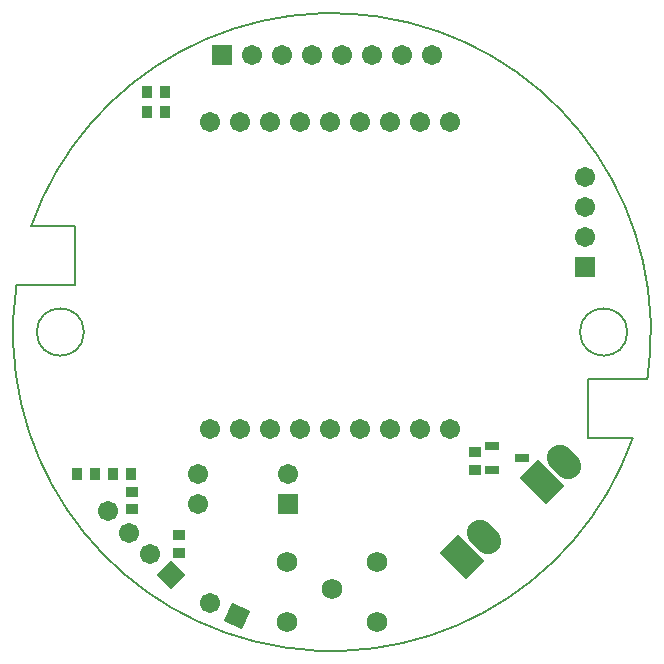
<source format=gbs>
%FSLAX25Y25*%
%MOIN*%
G70*
G01*
G75*
G04 Layer_Color=16711935*
%ADD10R,0.03347X0.02756*%
%ADD11R,0.02362X0.03937*%
%ADD12O,0.04724X0.00984*%
%ADD13R,0.04724X0.01772*%
%ADD14O,0.04724X0.01772*%
%ADD15O,0.00984X0.04724*%
%ADD16O,0.01772X0.04724*%
%ADD17R,0.03937X0.02362*%
%ADD18R,0.02756X0.03347*%
%ADD19R,0.04724X0.01969*%
%ADD20O,0.03543X0.01969*%
%ADD21O,0.03543X0.01969*%
%ADD22R,0.03543X0.01969*%
%ADD23O,0.02500X0.05500*%
%ADD24R,0.02500X0.05500*%
%ADD25R,0.07874X0.07874*%
%ADD26C,0.01200*%
%ADD27C,0.06000*%
%ADD28C,0.01000*%
%ADD29C,0.02000*%
%ADD30C,0.00800*%
%ADD31C,0.01500*%
%ADD32C,0.03000*%
%ADD33C,0.05000*%
%ADD34C,0.00500*%
%ADD35C,0.05906*%
%ADD36P,0.08352X4X180.0*%
%ADD37R,0.05906X0.05906*%
G04:AMPARAMS|DCode=38|XSize=78.74mil|YSize=118.11mil|CornerRadius=0mil|HoleSize=0mil|Usage=FLASHONLY|Rotation=45.000|XOffset=0mil|YOffset=0mil|HoleType=Round|Shape=Rectangle|*
%AMROTATEDRECTD38*
4,1,4,0.01392,-0.06960,-0.06960,0.01392,-0.01392,0.06960,0.06960,-0.01392,0.01392,-0.06960,0.0*
%
%ADD38ROTATEDRECTD38*%

G04:AMPARAMS|DCode=39|XSize=78.74mil|YSize=118.11mil|CornerRadius=0mil|HoleSize=0mil|Usage=FLASHONLY|Rotation=45.000|XOffset=0mil|YOffset=0mil|HoleType=Round|Shape=Round|*
%AMOVALD39*
21,1,0.03937,0.07874,0.00000,0.00000,135.0*
1,1,0.07874,0.01392,-0.01392*
1,1,0.07874,-0.01392,0.01392*
%
%ADD39OVALD39*%

%ADD40C,0.06000*%
%ADD41P,0.08352X4X200.0*%
%ADD42R,0.05906X0.05906*%
%ADD43C,0.03000*%
%ADD44C,0.02000*%
%ADD45C,0.04000*%
%ADD46C,0.05000*%
%ADD47C,0.00787*%
%ADD48C,0.00984*%
%ADD49C,0.02362*%
%ADD50R,0.04147X0.03556*%
%ADD51R,0.03162X0.04737*%
%ADD52O,0.05524X0.01784*%
%ADD53R,0.05524X0.02572*%
%ADD54O,0.05524X0.02572*%
%ADD55O,0.01784X0.05524*%
%ADD56O,0.02572X0.05524*%
%ADD57R,0.04737X0.03162*%
%ADD58R,0.03556X0.04147*%
%ADD59R,0.05524X0.02769*%
%ADD60O,0.04343X0.02769*%
%ADD61O,0.04343X0.02769*%
%ADD62R,0.04343X0.02769*%
%ADD63O,0.03300X0.06300*%
%ADD64R,0.03300X0.06300*%
%ADD65R,0.08674X0.08674*%
%ADD66C,0.06706*%
%ADD67P,0.09483X4X180.0*%
%ADD68R,0.06706X0.06706*%
G04:AMPARAMS|DCode=69|XSize=86.74mil|YSize=126.11mil|CornerRadius=0mil|HoleSize=0mil|Usage=FLASHONLY|Rotation=45.000|XOffset=0mil|YOffset=0mil|HoleType=Round|Shape=Rectangle|*
%AMROTATEDRECTD69*
4,1,4,0.01392,-0.07525,-0.07525,0.01392,-0.01392,0.07525,0.07525,-0.01392,0.01392,-0.07525,0.0*
%
%ADD69ROTATEDRECTD69*%

G04:AMPARAMS|DCode=70|XSize=86.74mil|YSize=126.11mil|CornerRadius=0mil|HoleSize=0mil|Usage=FLASHONLY|Rotation=45.000|XOffset=0mil|YOffset=0mil|HoleType=Round|Shape=Round|*
%AMOVALD70*
21,1,0.03937,0.08674,0.00000,0.00000,135.0*
1,1,0.08674,0.01392,-0.01392*
1,1,0.08674,-0.01392,0.01392*
%
%ADD70OVALD70*%

%ADD71C,0.06800*%
%ADD72P,0.09483X4X200.0*%
%ADD73R,0.06706X0.06706*%
D34*
X105123Y-15766D02*
G03*
X-100244Y35364I-105123J15766D01*
G01*
X-105128Y15737D02*
G03*
X100221Y-35430I105128J-15737D01*
G01*
X-82677Y49D02*
G03*
X-82677Y0I-7874J-49D01*
G01*
X98425Y49D02*
G03*
X98425Y0I-7874J-49D01*
G01*
X-105128Y15748D02*
X-85515D01*
X-100199Y35348D02*
X-85515D01*
Y15748D02*
Y35348D01*
X85315Y-35348D02*
Y-15748D01*
Y-35433D02*
X100229D01*
X85315Y-15748D02*
X105000D01*
D50*
X-50900Y-67795D02*
D03*
Y-73700D02*
D03*
X47700Y-40095D02*
D03*
Y-46000D02*
D03*
X-66600Y-53194D02*
D03*
Y-59100D02*
D03*
D57*
X53500Y-38126D02*
D03*
X63342Y-42063D02*
D03*
X53500Y-46000D02*
D03*
D58*
X-73005Y-47400D02*
D03*
X-67100D02*
D03*
X-61700Y73400D02*
D03*
X-55795D02*
D03*
X-61705Y80100D02*
D03*
X-55800D02*
D03*
X-84905Y-47400D02*
D03*
X-79000D02*
D03*
D66*
X-74713Y-59787D02*
D03*
X-67642Y-66858D02*
D03*
X-60571Y-73929D02*
D03*
X84500Y51800D02*
D03*
Y41800D02*
D03*
Y31800D02*
D03*
X39500Y70100D02*
D03*
X29500D02*
D03*
X19500D02*
D03*
X9500D02*
D03*
X-500D02*
D03*
X-10500D02*
D03*
X-20500D02*
D03*
X-30500D02*
D03*
X-40500D02*
D03*
Y-32262D02*
D03*
X-30500D02*
D03*
X-20500D02*
D03*
X-10500D02*
D03*
X-500D02*
D03*
X9500D02*
D03*
X19500D02*
D03*
X29500D02*
D03*
X39500D02*
D03*
X-40663Y-90374D02*
D03*
X-14500Y-47200D02*
D03*
X-44500Y-57200D02*
D03*
Y-47200D02*
D03*
X-26500Y92200D02*
D03*
X-16500D02*
D03*
X-6500D02*
D03*
X3500D02*
D03*
X13500D02*
D03*
X23500D02*
D03*
X33500D02*
D03*
D67*
X-53500Y-81000D02*
D03*
D68*
X84500Y21800D02*
D03*
D69*
X43200Y-75000D02*
D03*
X69900Y-50100D02*
D03*
D70*
X50550Y-68207D02*
D03*
X77249Y-43307D02*
D03*
D71*
X14900Y-96700D02*
D03*
Y-76700D02*
D03*
X-15100Y-96700D02*
D03*
Y-76700D02*
D03*
X-100Y-85800D02*
D03*
D72*
X-31600Y-94600D02*
D03*
D73*
X-14500Y-57200D02*
D03*
X-36500Y92200D02*
D03*
M02*

</source>
